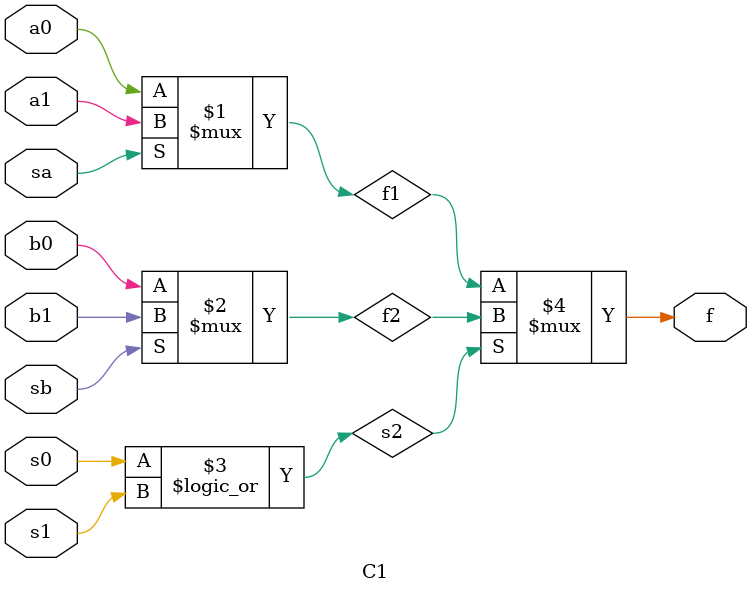
<source format=v>
module C1(a0, a1, sa, b0, b1, sb, s0, s1, f);
	input a0, a1, sa, b0, b1, sb, s0, s1;
	output f;
	wire f1, f2, s2;
	assign f1 = sa ? a1 : a0;
	assign f2 = sb ? b1 : b0;
	assign s2 = s0 || s1;
	assign f = s2 ? f2 : f1;
endmodule
</source>
